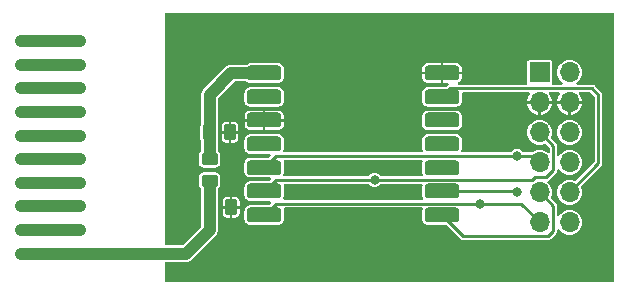
<source format=gbr>
%TF.GenerationSoftware,KiCad,Pcbnew,7.0.10*%
%TF.CreationDate,2024-01-17T19:35:15+01:00*%
%TF.ProjectId,RFM69CW_868,52464d36-3943-4575-9f38-36382e6b6963,rev?*%
%TF.SameCoordinates,Original*%
%TF.FileFunction,Copper,L1,Top*%
%TF.FilePolarity,Positive*%
%FSLAX46Y46*%
G04 Gerber Fmt 4.6, Leading zero omitted, Abs format (unit mm)*
G04 Created by KiCad (PCBNEW 7.0.10) date 2024-01-17 19:35:15*
%MOMM*%
%LPD*%
G01*
G04 APERTURE LIST*
G04 Aperture macros list*
%AMRoundRect*
0 Rectangle with rounded corners*
0 $1 Rounding radius*
0 $2 $3 $4 $5 $6 $7 $8 $9 X,Y pos of 4 corners*
0 Add a 4 corners polygon primitive as box body*
4,1,4,$2,$3,$4,$5,$6,$7,$8,$9,$2,$3,0*
0 Add four circle primitives for the rounded corners*
1,1,$1+$1,$2,$3*
1,1,$1+$1,$4,$5*
1,1,$1+$1,$6,$7*
1,1,$1+$1,$8,$9*
0 Add four rect primitives between the rounded corners*
20,1,$1+$1,$2,$3,$4,$5,0*
20,1,$1+$1,$4,$5,$6,$7,0*
20,1,$1+$1,$6,$7,$8,$9,0*
20,1,$1+$1,$8,$9,$2,$3,0*%
%AMOutline4P*
0 Free polygon, 4 corners , with rotation*
0 The origin of the aperture is its center*
0 number of corners: always 4*
0 $1 to $8 corner X, Y*
0 $9 Rotation angle, in degrees counterclockwise*
0 create outline with 4 corners*
4,1,4,$1,$2,$3,$4,$5,$6,$7,$8,$1,$2,$9*%
G04 Aperture macros list end*
%TA.AperFunction,EtchedComponent*%
%ADD10C,1.000000*%
%TD*%
%TA.AperFunction,ComponentPad*%
%ADD11R,1.700000X1.700000*%
%TD*%
%TA.AperFunction,ComponentPad*%
%ADD12O,1.700000X1.700000*%
%TD*%
%TA.AperFunction,SMDPad,CuDef*%
%ADD13RoundRect,0.250000X-0.262500X-0.450000X0.262500X-0.450000X0.262500X0.450000X-0.262500X0.450000X0*%
%TD*%
%TA.AperFunction,SMDPad,CuDef*%
%ADD14RoundRect,0.317500X-1.157500X-0.317500X1.157500X-0.317500X1.157500X0.317500X-1.157500X0.317500X0*%
%TD*%
%TA.AperFunction,SMDPad,CuDef*%
%ADD15RoundRect,0.250000X-0.450000X0.262500X-0.450000X-0.262500X0.450000X-0.262500X0.450000X0.262500X0*%
%TD*%
%TA.AperFunction,ComponentPad*%
%ADD16C,1.000000*%
%TD*%
%TA.AperFunction,SMDPad,CuDef*%
%ADD17Outline4P,-0.350000X-0.400000X0.350000X-0.400000X0.050000X0.400000X-0.050000X0.400000X270.000000*%
%TD*%
%TA.AperFunction,ViaPad*%
%ADD18C,0.800000*%
%TD*%
%TA.AperFunction,Conductor*%
%ADD19C,0.250000*%
%TD*%
%TA.AperFunction,Conductor*%
%ADD20C,1.000000*%
%TD*%
G04 APERTURE END LIST*
D10*
%TO.C,AE1*%
X116960000Y-58530000D02*
X105960000Y-58530000D01*
X105960000Y-56530000D02*
X110960000Y-56530000D01*
X105960000Y-54530000D02*
X110960000Y-54530000D01*
X105960000Y-52530000D02*
X110960000Y-52530000D01*
X105960000Y-50530000D02*
X110960000Y-50530000D01*
X105960000Y-48530000D02*
X110960000Y-48530000D01*
X105960000Y-46530000D02*
X110960000Y-46530000D01*
X105960000Y-44530000D02*
X110960000Y-44530000D01*
X105960000Y-42530000D02*
X110960000Y-42530000D01*
X105960000Y-40530000D02*
X110960000Y-40530000D01*
%TD*%
D11*
%TO.P,J1,1,Pin_1*%
%TO.N,VCC*%
X149860000Y-43180000D03*
D12*
%TO.P,J1,2,Pin_2*%
X152400000Y-43180000D03*
%TO.P,J1,3,Pin_3*%
%TO.N,GND*%
X149860000Y-45720000D03*
%TO.P,J1,4,Pin_4*%
X152400000Y-45720000D03*
%TO.P,J1,5,Pin_5*%
%TO.N,SCK*%
X149860000Y-48260000D03*
%TO.P,J1,6,Pin_6*%
%TO.N,unconnected-(J1-Pin_6-Pad6)*%
X152400000Y-48260000D03*
%TO.P,J1,7,Pin_7*%
%TO.N,MISO*%
X149860000Y-50800000D03*
%TO.P,J1,8,Pin_8*%
%TO.N,nCS2*%
X152400000Y-50800000D03*
%TO.P,J1,9,Pin_9*%
%TO.N,MOSI*%
X149860000Y-53340000D03*
%TO.P,J1,10,Pin_10*%
%TO.N,nRESET*%
X152400000Y-53340000D03*
%TO.P,J1,11,Pin_11*%
%TO.N,nCS*%
X149860000Y-55880000D03*
%TO.P,J1,12,Pin_12*%
%TO.N,DIO0*%
X152400000Y-55880000D03*
%TD*%
D13*
%TO.P,M3,1*%
%TO.N,Net-(AE1-A)*%
X121920000Y-54610000D03*
%TO.P,M3,2*%
%TO.N,GND*%
X123745000Y-54610000D03*
%TD*%
%TO.P,M1,1*%
%TO.N,Net-(U1-ANA)*%
X121832500Y-48260000D03*
%TO.P,M1,2*%
%TO.N,GND*%
X123657500Y-48260000D03*
%TD*%
D14*
%TO.P,U1,1,ANA*%
%TO.N,Net-(U1-ANA)*%
X126555000Y-43245000D03*
%TO.P,U1,2,3.3V*%
%TO.N,VCC*%
X126555000Y-45245000D03*
%TO.P,U1,3,GND*%
%TO.N,GND*%
X126555000Y-47245000D03*
%TO.P,U1,4,DIO3*%
%TO.N,unconnected-(U1-DIO3-Pad4)*%
X126555000Y-49245000D03*
%TO.P,U1,5,MOSI*%
%TO.N,MISO*%
X126555000Y-51245000D03*
%TO.P,U1,6,SCK*%
%TO.N,SCK*%
X126555000Y-53245000D03*
%TO.P,U1,7,NSS*%
%TO.N,nCS*%
X126555000Y-55245000D03*
%TO.P,U1,8,MISO*%
%TO.N,MOSI*%
X141605000Y-55245000D03*
%TO.P,U1,9,DIO0*%
%TO.N,DIO0*%
X141605000Y-53245000D03*
%TO.P,U1,10,DIO2*%
%TO.N,unconnected-(U1-DIO2-Pad10)*%
X141605000Y-51245000D03*
%TO.P,U1,11,DIO1*%
%TO.N,unconnected-(U1-DIO1-Pad11)*%
X141605000Y-49245000D03*
%TO.P,U1,12,DIO5*%
%TO.N,unconnected-(U1-DIO5-Pad12)*%
X141605000Y-47245000D03*
%TO.P,U1,13,RESET*%
%TO.N,nRESET*%
X141605000Y-45245000D03*
%TO.P,U1,14,GND*%
%TO.N,GND*%
X141605000Y-43245000D03*
%TD*%
D15*
%TO.P,M2,1*%
%TO.N,Net-(U1-ANA)*%
X121920000Y-50522500D03*
%TO.P,M2,2*%
%TO.N,Net-(AE1-A)*%
X121920000Y-52347500D03*
%TD*%
D16*
%TO.P,AE1,*%
%TO.N,*%
X105960000Y-58530000D03*
X105960000Y-56530000D03*
X110960000Y-56530000D03*
X105960000Y-54530000D03*
X110960000Y-54530000D03*
X105960000Y-52530000D03*
X110960000Y-52530000D03*
X105960000Y-50530000D03*
X110960000Y-50530000D03*
X105960000Y-48530000D03*
X110960000Y-48530000D03*
X105960000Y-46530000D03*
X110960000Y-46530000D03*
X105960000Y-44530000D03*
X110960000Y-44530000D03*
X105960000Y-42530000D03*
X110960000Y-42530000D03*
X105960000Y-40530000D03*
X110960000Y-40530000D03*
D17*
%TO.P,AE1,1,A*%
%TO.N,Net-(AE1-A)*%
X117660000Y-58530000D03*
%TD*%
D18*
%TO.N,GND*%
X136525000Y-60325000D03*
X149225000Y-38735000D03*
X123825000Y-60325000D03*
X130175000Y-60325000D03*
X155575000Y-52705000D03*
X155575000Y-53975000D03*
X155575000Y-38735000D03*
X155575000Y-40005000D03*
X155575000Y-57785000D03*
X155575000Y-51435000D03*
X137795000Y-60325000D03*
X128905000Y-53340000D03*
X131445000Y-60325000D03*
X155575000Y-47625000D03*
X150495000Y-38735000D03*
X141605000Y-38735000D03*
X146685000Y-60325000D03*
X155575000Y-42545000D03*
X133985000Y-60325000D03*
X155575000Y-59055000D03*
X145415000Y-38735000D03*
X150495000Y-60325000D03*
X155575000Y-50165000D03*
X155575000Y-46355000D03*
X132715000Y-60325000D03*
X122555000Y-38735000D03*
X146050000Y-48260000D03*
X121285000Y-60325000D03*
X151765000Y-60325000D03*
X144145000Y-60325000D03*
X155575000Y-60325000D03*
X128905000Y-38735000D03*
X154305000Y-60325000D03*
X128905000Y-60325000D03*
X155575000Y-45085000D03*
X139065000Y-60325000D03*
X145415000Y-60325000D03*
X155575000Y-48895000D03*
X142875000Y-38735000D03*
X153035000Y-38735000D03*
X151765000Y-38735000D03*
X125095000Y-38735000D03*
X122555000Y-60325000D03*
X147955000Y-60325000D03*
X121285000Y-38735000D03*
X126365000Y-38735000D03*
X132715000Y-38735000D03*
X125095000Y-60325000D03*
X127635000Y-60325000D03*
X120015000Y-38735000D03*
X140335000Y-38735000D03*
X128905000Y-51435000D03*
X155575000Y-56515000D03*
X144145000Y-38735000D03*
X118745000Y-38735000D03*
X155575000Y-41275000D03*
X146685000Y-38735000D03*
X118745000Y-60325000D03*
X149225000Y-60325000D03*
X140335000Y-60325000D03*
X133985000Y-38735000D03*
X137795000Y-38735000D03*
X153035000Y-60325000D03*
X142875000Y-60325000D03*
X155575000Y-43815000D03*
X130175000Y-38735000D03*
X154305000Y-38735000D03*
X141605000Y-60325000D03*
X147955000Y-38735000D03*
X135255000Y-38735000D03*
X155575000Y-55245000D03*
X120015000Y-60325000D03*
X136525000Y-38735000D03*
X131445000Y-38735000D03*
X123825000Y-38735000D03*
X139065000Y-38735000D03*
X127635000Y-38735000D03*
X135255000Y-60325000D03*
X126365000Y-60325000D03*
%TO.N,DIO0*%
X147955000Y-53340000D03*
%TO.N,nCS*%
X144780000Y-54285000D03*
%TO.N,SCK*%
X135890000Y-52285000D03*
%TO.N,MOSI*%
X141605000Y-55245000D03*
%TO.N,MISO*%
X147955000Y-50285000D03*
%TO.N,VCC*%
X126555000Y-45245000D03*
%TD*%
D19*
%TO.N,DIO0*%
X141605000Y-53245000D02*
X147860000Y-53245000D01*
X147860000Y-53245000D02*
X147955000Y-53340000D01*
%TO.N,nRESET*%
X141605000Y-45245000D02*
X142305000Y-44545000D01*
X152400000Y-53340000D02*
X154850000Y-50890000D01*
X142305000Y-44545000D02*
X154305000Y-44545000D01*
X154850000Y-50890000D02*
X154850000Y-45090000D01*
X154850000Y-45090000D02*
X154305000Y-44545000D01*
%TO.N,nCS*%
X126555000Y-55245000D02*
X127515000Y-54285000D01*
X127515000Y-54285000D02*
X144780000Y-54285000D01*
X144780000Y-54285000D02*
X148265000Y-54285000D01*
X148265000Y-54285000D02*
X149860000Y-55880000D01*
%TO.N,SCK*%
X151035000Y-49435000D02*
X149860000Y-48260000D01*
X135890000Y-52285000D02*
X149253299Y-52285000D01*
X149468299Y-52070000D02*
X150441701Y-52070000D01*
X151035000Y-51476701D02*
X151035000Y-49435000D01*
X127515000Y-52285000D02*
X135890000Y-52285000D01*
X126555000Y-53245000D02*
X127515000Y-52285000D01*
X149253299Y-52285000D02*
X149468299Y-52070000D01*
X150441701Y-52070000D02*
X151035000Y-51476701D01*
%TO.N,MOSI*%
X150590000Y-57055000D02*
X151035000Y-56610000D01*
X141605000Y-55245000D02*
X143415000Y-57055000D01*
X143415000Y-57055000D02*
X150590000Y-57055000D01*
X151035000Y-54515000D02*
X149860000Y-53340000D01*
X151035000Y-56610000D02*
X151035000Y-54515000D01*
%TO.N,MISO*%
X149345000Y-50285000D02*
X149860000Y-50800000D01*
X127515000Y-50285000D02*
X147955000Y-50285000D01*
X147955000Y-50285000D02*
X149345000Y-50285000D01*
X126555000Y-51245000D02*
X127515000Y-50285000D01*
D20*
%TO.N,Net-(AE1-A)*%
X115000000Y-58530000D02*
X119905000Y-58530000D01*
X119905000Y-58530000D02*
X121920000Y-56515000D01*
X121920000Y-56515000D02*
X121920000Y-52895000D01*
%TO.N,Net-(U1-ANA)*%
X121920000Y-46355000D02*
X121920000Y-45085000D01*
X123760000Y-43245000D02*
X126555000Y-43245000D01*
X121920000Y-50522500D02*
X121920000Y-46355000D01*
X121920000Y-45085000D02*
X123760000Y-43245000D01*
%TD*%
%TA.AperFunction,Conductor*%
%TO.N,GND*%
G36*
X135392221Y-52629407D02*
G01*
X135412570Y-52649231D01*
X135461718Y-52713282D01*
X135587159Y-52809536D01*
X135587160Y-52809536D01*
X135587161Y-52809537D01*
X135601470Y-52815464D01*
X135733238Y-52870044D01*
X135850809Y-52885522D01*
X135889999Y-52890682D01*
X135890000Y-52890682D01*
X135890001Y-52890682D01*
X135921352Y-52886554D01*
X136046762Y-52870044D01*
X136192841Y-52809536D01*
X136318282Y-52713282D01*
X136367428Y-52649232D01*
X136417852Y-52614577D01*
X136445970Y-52610500D01*
X139870226Y-52610500D01*
X139928417Y-52629407D01*
X139964381Y-52678907D01*
X139964381Y-52740093D01*
X139962324Y-52745818D01*
X139939497Y-52803702D01*
X139937194Y-52822883D01*
X139929500Y-52886948D01*
X139929500Y-53603052D01*
X139939497Y-53686297D01*
X139991735Y-53818764D01*
X139991736Y-53818766D01*
X139993872Y-53824181D01*
X139997630Y-53885251D01*
X139964775Y-53936867D01*
X139907855Y-53959313D01*
X139901774Y-53959500D01*
X128258226Y-53959500D01*
X128200035Y-53940593D01*
X128164071Y-53891093D01*
X128164071Y-53829907D01*
X128166128Y-53824181D01*
X128168263Y-53818766D01*
X128168265Y-53818764D01*
X128220503Y-53686297D01*
X128230500Y-53603052D01*
X128230500Y-52886948D01*
X128220503Y-52803703D01*
X128197675Y-52745817D01*
X128193918Y-52684749D01*
X128226773Y-52633133D01*
X128283693Y-52610687D01*
X128289774Y-52610500D01*
X135334030Y-52610500D01*
X135392221Y-52629407D01*
G37*
%TD.AperFunction*%
%TA.AperFunction,Conductor*%
G36*
X139928417Y-50629407D02*
G01*
X139964381Y-50678907D01*
X139964381Y-50740093D01*
X139962324Y-50745818D01*
X139939497Y-50803702D01*
X139930840Y-50875793D01*
X139929500Y-50886948D01*
X139929500Y-51603052D01*
X139939497Y-51686297D01*
X139991735Y-51818764D01*
X139991736Y-51818766D01*
X139993872Y-51824181D01*
X139997630Y-51885251D01*
X139964775Y-51936867D01*
X139907855Y-51959313D01*
X139901774Y-51959500D01*
X136445970Y-51959500D01*
X136387779Y-51940593D01*
X136367428Y-51920767D01*
X136318285Y-51856722D01*
X136318282Y-51856718D01*
X136318277Y-51856714D01*
X136318276Y-51856713D01*
X136238126Y-51795212D01*
X136192841Y-51760464D01*
X136192840Y-51760463D01*
X136192838Y-51760462D01*
X136046766Y-51699957D01*
X136046758Y-51699955D01*
X135890001Y-51679318D01*
X135889999Y-51679318D01*
X135733241Y-51699955D01*
X135733233Y-51699957D01*
X135587161Y-51760462D01*
X135587160Y-51760462D01*
X135461723Y-51856713D01*
X135461714Y-51856722D01*
X135412572Y-51920767D01*
X135362148Y-51955423D01*
X135334030Y-51959500D01*
X128258226Y-51959500D01*
X128200035Y-51940593D01*
X128164071Y-51891093D01*
X128164071Y-51829907D01*
X128166128Y-51824181D01*
X128168263Y-51818766D01*
X128168265Y-51818764D01*
X128220503Y-51686297D01*
X128230500Y-51603052D01*
X128230500Y-50886948D01*
X128220503Y-50803703D01*
X128197675Y-50745817D01*
X128193918Y-50684749D01*
X128226773Y-50633133D01*
X128283693Y-50610687D01*
X128289774Y-50610500D01*
X139870226Y-50610500D01*
X139928417Y-50629407D01*
G37*
%TD.AperFunction*%
%TA.AperFunction,Conductor*%
G36*
X156143691Y-38144407D02*
G01*
X156179655Y-38193907D01*
X156184500Y-38224500D01*
X156184500Y-60835500D01*
X156165593Y-60893691D01*
X156116093Y-60929655D01*
X156085500Y-60934500D01*
X118209000Y-60934500D01*
X118150809Y-60915593D01*
X118114845Y-60866093D01*
X118110000Y-60835500D01*
X118110000Y-59329500D01*
X118128907Y-59271309D01*
X118178407Y-59235345D01*
X118209000Y-59230500D01*
X119880845Y-59230500D01*
X119886822Y-59230680D01*
X119916656Y-59232485D01*
X119947605Y-59234358D01*
X119947605Y-59234357D01*
X119947606Y-59234358D01*
X120007539Y-59223374D01*
X120013419Y-59222479D01*
X120073872Y-59215140D01*
X120085462Y-59210744D01*
X120102725Y-59205931D01*
X120114932Y-59203695D01*
X120170487Y-59178690D01*
X120176003Y-59176407D01*
X120177896Y-59175689D01*
X120232930Y-59154818D01*
X120243142Y-59147768D01*
X120258750Y-59138965D01*
X120270057Y-59133878D01*
X120270057Y-59133877D01*
X120270059Y-59133877D01*
X120317995Y-59096321D01*
X120322813Y-59092775D01*
X120372929Y-59058183D01*
X120413312Y-59012598D01*
X120417378Y-59008277D01*
X122398277Y-57027378D01*
X122402598Y-57023312D01*
X122448183Y-56982929D01*
X122482782Y-56932802D01*
X122486324Y-56927990D01*
X122523873Y-56880062D01*
X122523872Y-56880062D01*
X122523877Y-56880057D01*
X122528967Y-56868745D01*
X122537766Y-56853144D01*
X122544818Y-56842930D01*
X122566412Y-56785988D01*
X122568702Y-56780461D01*
X122593694Y-56724932D01*
X122593695Y-56724930D01*
X122595929Y-56712736D01*
X122600743Y-56695465D01*
X122604794Y-56684784D01*
X122605140Y-56683872D01*
X122612483Y-56623388D01*
X122613373Y-56617542D01*
X122624357Y-56557606D01*
X122620680Y-56496832D01*
X122620500Y-56490856D01*
X122620500Y-55603052D01*
X124879500Y-55603052D01*
X124889497Y-55686297D01*
X124941735Y-55818764D01*
X124941737Y-55818766D01*
X124941738Y-55818769D01*
X125027771Y-55932220D01*
X125027775Y-55932225D01*
X125027778Y-55932227D01*
X125027779Y-55932228D01*
X125141230Y-56018261D01*
X125141231Y-56018261D01*
X125141236Y-56018265D01*
X125273703Y-56070503D01*
X125356948Y-56080500D01*
X125356950Y-56080500D01*
X127753050Y-56080500D01*
X127753052Y-56080500D01*
X127836297Y-56070503D01*
X127968764Y-56018265D01*
X128082225Y-55932225D01*
X128168265Y-55818764D01*
X128220503Y-55686297D01*
X128230500Y-55603052D01*
X128230500Y-54886948D01*
X128220503Y-54803703D01*
X128197675Y-54745817D01*
X128193918Y-54684749D01*
X128226773Y-54633133D01*
X128283693Y-54610687D01*
X128289774Y-54610500D01*
X139870226Y-54610500D01*
X139928417Y-54629407D01*
X139964381Y-54678907D01*
X139964381Y-54740093D01*
X139962324Y-54745818D01*
X139939497Y-54803702D01*
X139934574Y-54844700D01*
X139929500Y-54886948D01*
X139929500Y-55603052D01*
X139939497Y-55686297D01*
X139991735Y-55818764D01*
X139991737Y-55818766D01*
X139991738Y-55818769D01*
X140077771Y-55932220D01*
X140077775Y-55932225D01*
X140077778Y-55932227D01*
X140077779Y-55932228D01*
X140191230Y-56018261D01*
X140191231Y-56018261D01*
X140191236Y-56018265D01*
X140323703Y-56070503D01*
X140406948Y-56080500D01*
X141939166Y-56080500D01*
X141997357Y-56099407D01*
X142009170Y-56109496D01*
X143171730Y-57272056D01*
X143177564Y-57278423D01*
X143202545Y-57308194D01*
X143236209Y-57327630D01*
X143243482Y-57332264D01*
X143264173Y-57346752D01*
X143275316Y-57354554D01*
X143276767Y-57354942D01*
X143300659Y-57364840D01*
X143301954Y-57365588D01*
X143340220Y-57372335D01*
X143348647Y-57374203D01*
X143386193Y-57384264D01*
X143424909Y-57380877D01*
X143433537Y-57380500D01*
X150571466Y-57380500D01*
X150580094Y-57380876D01*
X150618807Y-57384264D01*
X150656354Y-57374202D01*
X150664784Y-57372334D01*
X150703045Y-57365588D01*
X150704345Y-57364838D01*
X150728236Y-57354942D01*
X150728464Y-57354880D01*
X150729684Y-57354554D01*
X150761533Y-57332251D01*
X150768779Y-57327635D01*
X150802455Y-57308194D01*
X150827443Y-57278413D01*
X150833254Y-57272070D01*
X151252066Y-56853258D01*
X151258425Y-56847433D01*
X151263792Y-56842930D01*
X151288194Y-56822455D01*
X151307635Y-56788779D01*
X151312251Y-56781533D01*
X151334554Y-56749684D01*
X151334942Y-56748236D01*
X151344838Y-56724345D01*
X151345588Y-56723045D01*
X151352334Y-56684784D01*
X151354204Y-56676348D01*
X151364264Y-56638806D01*
X151360877Y-56600094D01*
X151360500Y-56591465D01*
X151360500Y-56545964D01*
X151379407Y-56487773D01*
X151428907Y-56451809D01*
X151490093Y-56451809D01*
X151536027Y-56483158D01*
X151587570Y-56545964D01*
X151648695Y-56620446D01*
X151653590Y-56626410D01*
X151653595Y-56626414D01*
X151813547Y-56757683D01*
X151813548Y-56757683D01*
X151813550Y-56757685D01*
X151996046Y-56855232D01*
X152077901Y-56880062D01*
X152194065Y-56915300D01*
X152194070Y-56915301D01*
X152399997Y-56935583D01*
X152400000Y-56935583D01*
X152400003Y-56935583D01*
X152605929Y-56915301D01*
X152605934Y-56915300D01*
X152803954Y-56855232D01*
X152986450Y-56757685D01*
X153146410Y-56626410D01*
X153277685Y-56466450D01*
X153375232Y-56283954D01*
X153435300Y-56085934D01*
X153435301Y-56085929D01*
X153455583Y-55880003D01*
X153455583Y-55879996D01*
X153435301Y-55674070D01*
X153435300Y-55674065D01*
X153385531Y-55509998D01*
X153375232Y-55476046D01*
X153277685Y-55293550D01*
X153260530Y-55272647D01*
X153146414Y-55133595D01*
X153146410Y-55133590D01*
X153122872Y-55114273D01*
X152986452Y-55002316D01*
X152803954Y-54904768D01*
X152605934Y-54844699D01*
X152605929Y-54844698D01*
X152400003Y-54824417D01*
X152399997Y-54824417D01*
X152194070Y-54844698D01*
X152194065Y-54844699D01*
X151996045Y-54904768D01*
X151813547Y-55002316D01*
X151653595Y-55133585D01*
X151653585Y-55133595D01*
X151536028Y-55276840D01*
X151484497Y-55309827D01*
X151423417Y-55306225D01*
X151376121Y-55267410D01*
X151360500Y-55214035D01*
X151360500Y-54533533D01*
X151360877Y-54524904D01*
X151362181Y-54509999D01*
X151364264Y-54486193D01*
X151354204Y-54448652D01*
X151352335Y-54440220D01*
X151345588Y-54401954D01*
X151344840Y-54400659D01*
X151334942Y-54376767D01*
X151334554Y-54375316D01*
X151312264Y-54343482D01*
X151307630Y-54336209D01*
X151288194Y-54302545D01*
X151285684Y-54300439D01*
X151258428Y-54277568D01*
X151252060Y-54271734D01*
X150848502Y-53868176D01*
X150820725Y-53813659D01*
X150830296Y-53753227D01*
X150831174Y-53751544D01*
X150835232Y-53743954D01*
X150895300Y-53545934D01*
X150895301Y-53545929D01*
X150915583Y-53340003D01*
X150915583Y-53339996D01*
X150895301Y-53134070D01*
X150895300Y-53134065D01*
X150877078Y-53073997D01*
X150835232Y-52936046D01*
X150737685Y-52753550D01*
X150726641Y-52740093D01*
X150606414Y-52593595D01*
X150606410Y-52593590D01*
X150543440Y-52541912D01*
X150510453Y-52490381D01*
X150514055Y-52429301D01*
X150552870Y-52382005D01*
X150580629Y-52369756D01*
X150581385Y-52369554D01*
X150613234Y-52347251D01*
X150620480Y-52342635D01*
X150654156Y-52323194D01*
X150679144Y-52293413D01*
X150684955Y-52287070D01*
X151252072Y-51719954D01*
X151258431Y-51714129D01*
X151275321Y-51699957D01*
X151288194Y-51689156D01*
X151307627Y-51655494D01*
X151312266Y-51648214D01*
X151319871Y-51637353D01*
X151334553Y-51616385D01*
X151334942Y-51614932D01*
X151344833Y-51591053D01*
X151345588Y-51589746D01*
X151352338Y-51551462D01*
X151354199Y-51543063D01*
X151364263Y-51505508D01*
X151361639Y-51475521D01*
X151375402Y-51415907D01*
X151421578Y-51375765D01*
X151482531Y-51370431D01*
X151534977Y-51401943D01*
X151536790Y-51404089D01*
X151650819Y-51543034D01*
X151653590Y-51546410D01*
X151653595Y-51546414D01*
X151813547Y-51677683D01*
X151813548Y-51677683D01*
X151813550Y-51677685D01*
X151996046Y-51775232D01*
X152111229Y-51810172D01*
X152194065Y-51835300D01*
X152194070Y-51835301D01*
X152399997Y-51855583D01*
X152400000Y-51855583D01*
X152400003Y-51855583D01*
X152605929Y-51835301D01*
X152605934Y-51835300D01*
X152803954Y-51775232D01*
X152986450Y-51677685D01*
X153146410Y-51546410D01*
X153277685Y-51386450D01*
X153375232Y-51203954D01*
X153435300Y-51005934D01*
X153435301Y-51005929D01*
X153455583Y-50800003D01*
X153455583Y-50799996D01*
X153435301Y-50594070D01*
X153435300Y-50594065D01*
X153417078Y-50533997D01*
X153375232Y-50396046D01*
X153277685Y-50213550D01*
X153271263Y-50205725D01*
X153146414Y-50053595D01*
X153146410Y-50053590D01*
X153103366Y-50018265D01*
X152986452Y-49922316D01*
X152803954Y-49824768D01*
X152605934Y-49764699D01*
X152605929Y-49764698D01*
X152400003Y-49744417D01*
X152399997Y-49744417D01*
X152194070Y-49764698D01*
X152194065Y-49764699D01*
X151996045Y-49824768D01*
X151813547Y-49922316D01*
X151653595Y-50053585D01*
X151653585Y-50053595D01*
X151536028Y-50196840D01*
X151484497Y-50229827D01*
X151423417Y-50226225D01*
X151376121Y-50187410D01*
X151360500Y-50134035D01*
X151360500Y-49453533D01*
X151360877Y-49444904D01*
X151364264Y-49406193D01*
X151354204Y-49368652D01*
X151352335Y-49360220D01*
X151345588Y-49321954D01*
X151344840Y-49320659D01*
X151334942Y-49296767D01*
X151334554Y-49295316D01*
X151312264Y-49263482D01*
X151307630Y-49256209D01*
X151288194Y-49222545D01*
X151285684Y-49220439D01*
X151258428Y-49197568D01*
X151252060Y-49191734D01*
X150848502Y-48788176D01*
X150820725Y-48733659D01*
X150830296Y-48673227D01*
X150831174Y-48671544D01*
X150835232Y-48663954D01*
X150895300Y-48465934D01*
X150895301Y-48465929D01*
X150915583Y-48260003D01*
X151344417Y-48260003D01*
X151364698Y-48465929D01*
X151364699Y-48465934D01*
X151424768Y-48663954D01*
X151522316Y-48846452D01*
X151643189Y-48993736D01*
X151653590Y-49006410D01*
X151653595Y-49006414D01*
X151813547Y-49137683D01*
X151813548Y-49137683D01*
X151813550Y-49137685D01*
X151996046Y-49235232D01*
X152133997Y-49277078D01*
X152194065Y-49295300D01*
X152194070Y-49295301D01*
X152399997Y-49315583D01*
X152400000Y-49315583D01*
X152400003Y-49315583D01*
X152605929Y-49295301D01*
X152605934Y-49295300D01*
X152803954Y-49235232D01*
X152986450Y-49137685D01*
X153146410Y-49006410D01*
X153277685Y-48846450D01*
X153375232Y-48663954D01*
X153435300Y-48465934D01*
X153435301Y-48465929D01*
X153455583Y-48260003D01*
X153455583Y-48259996D01*
X153435301Y-48054070D01*
X153435300Y-48054065D01*
X153398339Y-47932220D01*
X153375232Y-47856046D01*
X153277685Y-47673550D01*
X153219827Y-47603050D01*
X153146414Y-47513595D01*
X153146410Y-47513590D01*
X153017326Y-47407654D01*
X152986452Y-47382316D01*
X152803954Y-47284768D01*
X152605934Y-47224699D01*
X152605929Y-47224698D01*
X152400003Y-47204417D01*
X152399997Y-47204417D01*
X152194070Y-47224698D01*
X152194065Y-47224699D01*
X151996045Y-47284768D01*
X151813547Y-47382316D01*
X151653595Y-47513585D01*
X151653585Y-47513595D01*
X151522316Y-47673547D01*
X151424768Y-47856045D01*
X151364699Y-48054065D01*
X151364698Y-48054070D01*
X151344417Y-48259996D01*
X151344417Y-48260003D01*
X150915583Y-48260003D01*
X150915583Y-48259996D01*
X150895301Y-48054070D01*
X150895300Y-48054065D01*
X150858339Y-47932220D01*
X150835232Y-47856046D01*
X150737685Y-47673550D01*
X150679827Y-47603050D01*
X150606414Y-47513595D01*
X150606410Y-47513590D01*
X150477326Y-47407654D01*
X150446452Y-47382316D01*
X150263954Y-47284768D01*
X150065934Y-47224699D01*
X150065929Y-47224698D01*
X149860003Y-47204417D01*
X149859997Y-47204417D01*
X149654070Y-47224698D01*
X149654065Y-47224699D01*
X149456045Y-47284768D01*
X149273547Y-47382316D01*
X149113595Y-47513585D01*
X149113585Y-47513595D01*
X148982316Y-47673547D01*
X148884768Y-47856045D01*
X148824699Y-48054065D01*
X148824698Y-48054070D01*
X148804417Y-48259996D01*
X148804417Y-48260003D01*
X148824698Y-48465929D01*
X148824699Y-48465934D01*
X148884768Y-48663954D01*
X148982316Y-48846452D01*
X149103189Y-48993736D01*
X149113590Y-49006410D01*
X149113595Y-49006414D01*
X149273547Y-49137683D01*
X149273548Y-49137683D01*
X149273550Y-49137685D01*
X149456046Y-49235232D01*
X149593997Y-49277078D01*
X149654065Y-49295300D01*
X149654070Y-49295301D01*
X149859997Y-49315583D01*
X149860000Y-49315583D01*
X149860003Y-49315583D01*
X150065929Y-49295301D01*
X150065934Y-49295300D01*
X150263954Y-49235232D01*
X150271499Y-49231198D01*
X150331730Y-49220439D01*
X150386783Y-49247137D01*
X150388176Y-49248502D01*
X150680504Y-49540830D01*
X150708281Y-49595347D01*
X150709500Y-49610834D01*
X150709500Y-49928876D01*
X150690593Y-49987067D01*
X150641093Y-50023031D01*
X150579907Y-50023031D01*
X150547695Y-50005404D01*
X150468722Y-49940593D01*
X150446452Y-49922316D01*
X150263954Y-49824768D01*
X150065934Y-49764699D01*
X150065929Y-49764698D01*
X149860003Y-49744417D01*
X149859997Y-49744417D01*
X149654070Y-49764698D01*
X149654065Y-49764699D01*
X149456045Y-49824768D01*
X149273551Y-49922314D01*
X149269783Y-49925406D01*
X149255621Y-49937028D01*
X149198646Y-49959328D01*
X149192818Y-49959500D01*
X148510970Y-49959500D01*
X148452779Y-49940593D01*
X148432428Y-49920767D01*
X148383285Y-49856722D01*
X148383282Y-49856718D01*
X148383277Y-49856714D01*
X148383276Y-49856713D01*
X148257838Y-49760462D01*
X148111766Y-49699957D01*
X148111758Y-49699955D01*
X147955001Y-49679318D01*
X147954999Y-49679318D01*
X147798241Y-49699955D01*
X147798233Y-49699957D01*
X147652161Y-49760462D01*
X147652160Y-49760462D01*
X147526723Y-49856713D01*
X147526714Y-49856722D01*
X147477572Y-49920767D01*
X147427148Y-49955423D01*
X147399030Y-49959500D01*
X143308226Y-49959500D01*
X143250035Y-49940593D01*
X143214071Y-49891093D01*
X143214071Y-49829907D01*
X143216128Y-49824181D01*
X143218263Y-49818766D01*
X143218265Y-49818764D01*
X143270503Y-49686297D01*
X143280500Y-49603052D01*
X143280500Y-48886948D01*
X143270503Y-48803703D01*
X143218265Y-48671236D01*
X143218261Y-48671231D01*
X143218261Y-48671230D01*
X143132228Y-48557779D01*
X143132225Y-48557775D01*
X143132220Y-48557771D01*
X143018769Y-48471738D01*
X143018766Y-48471737D01*
X143018764Y-48471735D01*
X142886297Y-48419497D01*
X142844674Y-48414498D01*
X142803054Y-48409500D01*
X142803052Y-48409500D01*
X140406948Y-48409500D01*
X140406945Y-48409500D01*
X140344514Y-48416997D01*
X140323703Y-48419497D01*
X140191236Y-48471735D01*
X140191234Y-48471736D01*
X140191230Y-48471738D01*
X140077779Y-48557771D01*
X140077771Y-48557779D01*
X139991738Y-48671230D01*
X139991736Y-48671234D01*
X139991735Y-48671236D01*
X139939497Y-48803703D01*
X139939497Y-48803704D01*
X139929500Y-48886945D01*
X139929500Y-49603054D01*
X139934498Y-49644674D01*
X139939497Y-49686297D01*
X139991735Y-49818764D01*
X139991736Y-49818766D01*
X139993872Y-49824181D01*
X139997630Y-49885251D01*
X139964775Y-49936867D01*
X139907855Y-49959313D01*
X139901774Y-49959500D01*
X128258226Y-49959500D01*
X128200035Y-49940593D01*
X128164071Y-49891093D01*
X128164071Y-49829907D01*
X128166128Y-49824181D01*
X128168263Y-49818766D01*
X128168265Y-49818764D01*
X128220503Y-49686297D01*
X128230500Y-49603052D01*
X128230500Y-48886948D01*
X128220503Y-48803703D01*
X128168265Y-48671236D01*
X128168261Y-48671231D01*
X128168261Y-48671230D01*
X128082228Y-48557779D01*
X128082225Y-48557775D01*
X128082220Y-48557771D01*
X127968769Y-48471738D01*
X127968766Y-48471737D01*
X127968764Y-48471735D01*
X127836297Y-48419497D01*
X127794674Y-48414498D01*
X127753054Y-48409500D01*
X127753052Y-48409500D01*
X125356948Y-48409500D01*
X125356945Y-48409500D01*
X125294514Y-48416997D01*
X125273703Y-48419497D01*
X125141236Y-48471735D01*
X125141234Y-48471736D01*
X125141230Y-48471738D01*
X125027779Y-48557771D01*
X125027771Y-48557779D01*
X124941738Y-48671230D01*
X124941736Y-48671234D01*
X124941735Y-48671236D01*
X124889497Y-48803703D01*
X124889497Y-48803704D01*
X124879500Y-48886945D01*
X124879500Y-49603054D01*
X124884498Y-49644674D01*
X124889497Y-49686297D01*
X124941735Y-49818764D01*
X124941737Y-49818766D01*
X124941738Y-49818769D01*
X125025235Y-49928876D01*
X125027775Y-49932225D01*
X125027779Y-49932228D01*
X125141230Y-50018261D01*
X125141231Y-50018261D01*
X125141236Y-50018265D01*
X125273703Y-50070503D01*
X125356948Y-50080500D01*
X127020166Y-50080500D01*
X127078357Y-50099407D01*
X127114321Y-50148907D01*
X127114321Y-50210093D01*
X127090170Y-50249504D01*
X126959170Y-50380504D01*
X126904653Y-50408281D01*
X126889166Y-50409500D01*
X125356945Y-50409500D01*
X125294514Y-50416997D01*
X125273703Y-50419497D01*
X125141236Y-50471735D01*
X125141234Y-50471736D01*
X125141230Y-50471738D01*
X125027779Y-50557771D01*
X125027771Y-50557779D01*
X124941738Y-50671230D01*
X124941736Y-50671234D01*
X124941735Y-50671236D01*
X124889497Y-50803703D01*
X124889497Y-50803704D01*
X124880840Y-50875793D01*
X124879500Y-50886948D01*
X124879500Y-51603052D01*
X124889497Y-51686297D01*
X124941735Y-51818764D01*
X124941737Y-51818766D01*
X124941738Y-51818769D01*
X125019086Y-51920767D01*
X125027775Y-51932225D01*
X125027779Y-51932228D01*
X125141230Y-52018261D01*
X125141231Y-52018261D01*
X125141236Y-52018265D01*
X125273703Y-52070503D01*
X125356948Y-52080500D01*
X127020166Y-52080500D01*
X127078357Y-52099407D01*
X127114321Y-52148907D01*
X127114321Y-52210093D01*
X127090170Y-52249504D01*
X126959170Y-52380504D01*
X126904653Y-52408281D01*
X126889166Y-52409500D01*
X125356945Y-52409500D01*
X125294514Y-52416997D01*
X125273703Y-52419497D01*
X125141236Y-52471735D01*
X125141234Y-52471736D01*
X125141230Y-52471738D01*
X125027779Y-52557771D01*
X125027771Y-52557779D01*
X124941738Y-52671230D01*
X124941736Y-52671234D01*
X124941735Y-52671236D01*
X124889497Y-52803703D01*
X124879500Y-52886948D01*
X124879500Y-53603052D01*
X124889497Y-53686297D01*
X124941735Y-53818764D01*
X124941737Y-53818766D01*
X124941738Y-53818769D01*
X125023397Y-53926452D01*
X125027775Y-53932225D01*
X125027779Y-53932228D01*
X125141230Y-54018261D01*
X125141231Y-54018261D01*
X125141236Y-54018265D01*
X125273703Y-54070503D01*
X125356948Y-54080500D01*
X127020166Y-54080500D01*
X127078357Y-54099407D01*
X127114321Y-54148907D01*
X127114321Y-54210093D01*
X127090170Y-54249504D01*
X126959170Y-54380504D01*
X126904653Y-54408281D01*
X126889166Y-54409500D01*
X125356945Y-54409500D01*
X125294514Y-54416997D01*
X125273703Y-54419497D01*
X125141236Y-54471735D01*
X125141234Y-54471736D01*
X125141230Y-54471738D01*
X125027779Y-54557771D01*
X125027771Y-54557779D01*
X124941738Y-54671230D01*
X124941736Y-54671234D01*
X124941735Y-54671236D01*
X124889497Y-54803703D01*
X124879500Y-54886948D01*
X124879500Y-55603052D01*
X122620500Y-55603052D01*
X122620500Y-55189085D01*
X122626057Y-55156385D01*
X122630144Y-55144704D01*
X122630146Y-55144699D01*
X122632999Y-55114273D01*
X122633000Y-55114273D01*
X122633000Y-55114203D01*
X123032501Y-55114203D01*
X123035350Y-55144600D01*
X123035350Y-55144602D01*
X123080154Y-55272647D01*
X123160707Y-55381790D01*
X123160709Y-55381792D01*
X123269852Y-55462345D01*
X123397898Y-55507149D01*
X123428289Y-55509999D01*
X123644998Y-55509999D01*
X123645000Y-55509998D01*
X123845000Y-55509998D01*
X123845001Y-55509999D01*
X124061703Y-55509999D01*
X124092100Y-55507149D01*
X124092102Y-55507149D01*
X124220147Y-55462345D01*
X124329290Y-55381792D01*
X124329292Y-55381790D01*
X124409845Y-55272647D01*
X124454649Y-55144601D01*
X124457499Y-55114211D01*
X124457500Y-55114210D01*
X124457500Y-54710001D01*
X124457499Y-54710000D01*
X123845001Y-54710000D01*
X123845000Y-54710001D01*
X123845000Y-55509998D01*
X123645000Y-55509998D01*
X123645000Y-54710001D01*
X123644999Y-54710000D01*
X123032502Y-54710000D01*
X123032501Y-54710001D01*
X123032501Y-55114203D01*
X122633000Y-55114203D01*
X122633000Y-54509999D01*
X123032500Y-54509999D01*
X123032501Y-54510000D01*
X123644999Y-54510000D01*
X123645000Y-54509999D01*
X123845000Y-54509999D01*
X123845001Y-54510000D01*
X124457498Y-54510000D01*
X124457499Y-54509999D01*
X124457499Y-54105796D01*
X124454649Y-54075399D01*
X124454649Y-54075397D01*
X124409845Y-53947352D01*
X124329292Y-53838209D01*
X124329290Y-53838207D01*
X124220147Y-53757654D01*
X124092101Y-53712850D01*
X124061711Y-53710000D01*
X123845001Y-53710000D01*
X123845000Y-53710001D01*
X123845000Y-54509999D01*
X123645000Y-54509999D01*
X123645000Y-53710001D01*
X123644999Y-53710000D01*
X123428296Y-53710000D01*
X123397899Y-53712850D01*
X123397897Y-53712850D01*
X123269852Y-53757654D01*
X123160709Y-53838207D01*
X123160707Y-53838209D01*
X123080154Y-53947352D01*
X123035350Y-54075398D01*
X123032500Y-54105788D01*
X123032500Y-54509999D01*
X122633000Y-54509999D01*
X122633000Y-54105727D01*
X122632999Y-54105725D01*
X122630146Y-54075301D01*
X122626055Y-54063608D01*
X122620500Y-54030913D01*
X122620500Y-53035007D01*
X122639407Y-52976816D01*
X122660713Y-52955351D01*
X122692150Y-52932150D01*
X122692150Y-52932148D01*
X122692152Y-52932148D01*
X122751972Y-52851093D01*
X122772793Y-52822882D01*
X122817646Y-52694699D01*
X122820499Y-52664273D01*
X122820500Y-52664273D01*
X122820500Y-52030727D01*
X122820499Y-52030725D01*
X122817646Y-52000301D01*
X122772793Y-51872118D01*
X122761430Y-51856722D01*
X122692154Y-51762855D01*
X122692152Y-51762853D01*
X122692150Y-51762850D01*
X122692146Y-51762847D01*
X122692144Y-51762845D01*
X122582883Y-51682207D01*
X122454703Y-51637355D01*
X122454694Y-51637353D01*
X122424274Y-51634500D01*
X122424266Y-51634500D01*
X121415734Y-51634500D01*
X121415725Y-51634500D01*
X121385305Y-51637353D01*
X121385296Y-51637355D01*
X121257116Y-51682207D01*
X121147855Y-51762845D01*
X121147845Y-51762855D01*
X121067207Y-51872116D01*
X121022355Y-52000296D01*
X121022353Y-52000305D01*
X121019500Y-52030725D01*
X121019500Y-52664274D01*
X121022353Y-52694694D01*
X121022355Y-52694703D01*
X121067207Y-52822883D01*
X121147847Y-52932148D01*
X121179287Y-52955351D01*
X121214880Y-53005118D01*
X121219500Y-53035007D01*
X121219500Y-54030913D01*
X121213945Y-54063608D01*
X121209853Y-54075301D01*
X121207000Y-54105725D01*
X121207000Y-55114274D01*
X121209853Y-55144694D01*
X121209855Y-55144704D01*
X121213943Y-55156385D01*
X121219500Y-55189085D01*
X121219500Y-56183835D01*
X121200593Y-56242026D01*
X121190504Y-56253839D01*
X119643839Y-57800504D01*
X119589322Y-57828281D01*
X119573835Y-57829500D01*
X118209000Y-57829500D01*
X118150809Y-57810593D01*
X118114845Y-57761093D01*
X118110000Y-57730500D01*
X118110000Y-50839274D01*
X121019500Y-50839274D01*
X121022353Y-50869694D01*
X121022355Y-50869703D01*
X121067207Y-50997883D01*
X121147845Y-51107144D01*
X121147847Y-51107146D01*
X121147850Y-51107150D01*
X121147853Y-51107152D01*
X121147855Y-51107154D01*
X121257116Y-51187792D01*
X121257117Y-51187792D01*
X121257118Y-51187793D01*
X121385301Y-51232646D01*
X121415725Y-51235499D01*
X121415727Y-51235500D01*
X121415734Y-51235500D01*
X122424273Y-51235500D01*
X122424273Y-51235499D01*
X122454699Y-51232646D01*
X122582882Y-51187793D01*
X122692150Y-51107150D01*
X122772793Y-50997882D01*
X122817646Y-50869699D01*
X122820499Y-50839273D01*
X122820500Y-50839273D01*
X122820500Y-50205727D01*
X122820499Y-50205725D01*
X122819666Y-50196840D01*
X122817646Y-50175301D01*
X122772793Y-50047118D01*
X122692150Y-49937850D01*
X122660711Y-49914647D01*
X122625119Y-49864880D01*
X122620500Y-49834992D01*
X122620500Y-48764203D01*
X122945001Y-48764203D01*
X122947850Y-48794600D01*
X122947850Y-48794602D01*
X122992654Y-48922647D01*
X123073207Y-49031790D01*
X123073209Y-49031792D01*
X123182352Y-49112345D01*
X123310398Y-49157149D01*
X123340789Y-49159999D01*
X123557498Y-49159999D01*
X123557500Y-49159998D01*
X123757500Y-49159998D01*
X123757501Y-49159999D01*
X123974203Y-49159999D01*
X124004600Y-49157149D01*
X124004602Y-49157149D01*
X124132647Y-49112345D01*
X124241790Y-49031792D01*
X124241792Y-49031790D01*
X124322345Y-48922647D01*
X124367149Y-48794601D01*
X124369999Y-48764211D01*
X124370000Y-48764210D01*
X124370000Y-48360001D01*
X124369999Y-48360000D01*
X123757501Y-48360000D01*
X123757500Y-48360001D01*
X123757500Y-49159998D01*
X123557500Y-49159998D01*
X123557500Y-48360001D01*
X123557499Y-48360000D01*
X122945002Y-48360000D01*
X122945001Y-48360001D01*
X122945001Y-48764203D01*
X122620500Y-48764203D01*
X122620500Y-48159999D01*
X122945000Y-48159999D01*
X122945001Y-48160000D01*
X123557499Y-48160000D01*
X123557500Y-48159999D01*
X123757500Y-48159999D01*
X123757501Y-48160000D01*
X124369998Y-48160000D01*
X124369999Y-48159999D01*
X124369999Y-47755796D01*
X124367149Y-47725399D01*
X124367149Y-47725397D01*
X124324327Y-47603016D01*
X124880000Y-47603016D01*
X124889987Y-47686178D01*
X124942175Y-47818516D01*
X125028129Y-47931864D01*
X125028135Y-47931870D01*
X125141483Y-48017824D01*
X125273821Y-48070012D01*
X125356983Y-48079999D01*
X125356990Y-48080000D01*
X126454999Y-48080000D01*
X126455000Y-48079999D01*
X126655000Y-48079999D01*
X126655001Y-48080000D01*
X127753010Y-48080000D01*
X127753016Y-48079999D01*
X127836178Y-48070012D01*
X127968516Y-48017824D01*
X128081864Y-47931870D01*
X128081870Y-47931864D01*
X128167824Y-47818516D01*
X128220012Y-47686178D01*
X128229995Y-47603052D01*
X139929500Y-47603052D01*
X139939497Y-47686297D01*
X139991735Y-47818764D01*
X139991737Y-47818766D01*
X139991738Y-47818769D01*
X140077501Y-47931864D01*
X140077775Y-47932225D01*
X140077779Y-47932228D01*
X140191230Y-48018261D01*
X140191231Y-48018261D01*
X140191236Y-48018265D01*
X140323703Y-48070503D01*
X140406948Y-48080500D01*
X140406950Y-48080500D01*
X142803050Y-48080500D01*
X142803052Y-48080500D01*
X142886297Y-48070503D01*
X143018764Y-48018265D01*
X143132225Y-47932225D01*
X143218265Y-47818764D01*
X143270503Y-47686297D01*
X143280500Y-47603052D01*
X143280500Y-46886948D01*
X143270503Y-46803703D01*
X143218265Y-46671236D01*
X143218261Y-46671231D01*
X143218261Y-46671230D01*
X143132228Y-46557779D01*
X143132225Y-46557775D01*
X143132220Y-46557771D01*
X143018769Y-46471738D01*
X143018766Y-46471737D01*
X143018764Y-46471735D01*
X142886297Y-46419497D01*
X142844674Y-46414498D01*
X142803054Y-46409500D01*
X142803052Y-46409500D01*
X140406948Y-46409500D01*
X140406945Y-46409500D01*
X140344514Y-46416997D01*
X140323703Y-46419497D01*
X140191236Y-46471735D01*
X140191234Y-46471736D01*
X140191230Y-46471738D01*
X140077779Y-46557771D01*
X140077771Y-46557779D01*
X139991738Y-46671230D01*
X139991736Y-46671234D01*
X139991735Y-46671236D01*
X139939497Y-46803703D01*
X139929500Y-46886948D01*
X139929500Y-47603052D01*
X128229995Y-47603052D01*
X128229999Y-47603016D01*
X128230000Y-47603010D01*
X128230000Y-47345001D01*
X128229999Y-47345000D01*
X126655001Y-47345000D01*
X126655000Y-47345001D01*
X126655000Y-48079999D01*
X126455000Y-48079999D01*
X126455000Y-47345001D01*
X126454999Y-47345000D01*
X124880001Y-47345000D01*
X124880000Y-47345001D01*
X124880000Y-47603016D01*
X124324327Y-47603016D01*
X124322345Y-47597352D01*
X124241792Y-47488209D01*
X124241790Y-47488207D01*
X124132647Y-47407654D01*
X124004601Y-47362850D01*
X123974211Y-47360000D01*
X123757501Y-47360000D01*
X123757500Y-47360001D01*
X123757500Y-48159999D01*
X123557500Y-48159999D01*
X123557500Y-47360001D01*
X123557499Y-47360000D01*
X123340796Y-47360000D01*
X123310399Y-47362850D01*
X123310397Y-47362850D01*
X123182352Y-47407654D01*
X123073209Y-47488207D01*
X123073207Y-47488209D01*
X122992654Y-47597352D01*
X122947850Y-47725398D01*
X122945000Y-47755788D01*
X122945000Y-48159999D01*
X122620500Y-48159999D01*
X122620500Y-47144999D01*
X124880000Y-47144999D01*
X124880001Y-47145000D01*
X126454999Y-47145000D01*
X126455000Y-47144999D01*
X126655000Y-47144999D01*
X126655001Y-47145000D01*
X128229999Y-47145000D01*
X128230000Y-47144999D01*
X128230000Y-46886989D01*
X128229999Y-46886983D01*
X128220012Y-46803821D01*
X128167824Y-46671483D01*
X128081870Y-46558135D01*
X128081864Y-46558129D01*
X127968516Y-46472175D01*
X127836178Y-46419987D01*
X127753016Y-46410000D01*
X126655001Y-46410000D01*
X126655000Y-46410001D01*
X126655000Y-47144999D01*
X126455000Y-47144999D01*
X126455000Y-46410001D01*
X126454999Y-46410000D01*
X125356983Y-46410000D01*
X125273821Y-46419987D01*
X125141483Y-46472175D01*
X125028135Y-46558129D01*
X125028129Y-46558135D01*
X124942175Y-46671483D01*
X124889987Y-46803821D01*
X124880000Y-46886983D01*
X124880000Y-47144999D01*
X122620500Y-47144999D01*
X122620500Y-45603052D01*
X124879500Y-45603052D01*
X124889497Y-45686297D01*
X124941735Y-45818764D01*
X124941737Y-45818766D01*
X124941738Y-45818769D01*
X125022926Y-45925831D01*
X125027775Y-45932225D01*
X125027779Y-45932228D01*
X125141230Y-46018261D01*
X125141231Y-46018261D01*
X125141236Y-46018265D01*
X125273703Y-46070503D01*
X125356948Y-46080500D01*
X125356950Y-46080500D01*
X127753050Y-46080500D01*
X127753052Y-46080500D01*
X127836297Y-46070503D01*
X127968764Y-46018265D01*
X128082225Y-45932225D01*
X128168265Y-45818764D01*
X128220503Y-45686297D01*
X128230500Y-45603052D01*
X139929500Y-45603052D01*
X139939497Y-45686297D01*
X139991735Y-45818764D01*
X139991737Y-45818766D01*
X139991738Y-45818769D01*
X140072926Y-45925831D01*
X140077775Y-45932225D01*
X140077779Y-45932228D01*
X140191230Y-46018261D01*
X140191231Y-46018261D01*
X140191236Y-46018265D01*
X140323703Y-46070503D01*
X140406948Y-46080500D01*
X140406950Y-46080500D01*
X142803050Y-46080500D01*
X142803052Y-46080500D01*
X142886297Y-46070503D01*
X143018764Y-46018265D01*
X143132225Y-45932225D01*
X143218265Y-45818764D01*
X143270503Y-45686297D01*
X143280500Y-45603052D01*
X143280500Y-44969500D01*
X143299407Y-44911309D01*
X143348907Y-44875345D01*
X143379500Y-44870500D01*
X148989522Y-44870500D01*
X149047713Y-44889407D01*
X149083677Y-44938907D01*
X149083677Y-45000093D01*
X149066050Y-45032305D01*
X148982731Y-45133829D01*
X148982724Y-45133839D01*
X148885234Y-45316232D01*
X148885232Y-45316237D01*
X148825191Y-45514163D01*
X148825190Y-45514168D01*
X148814767Y-45619999D01*
X148814768Y-45620000D01*
X149368254Y-45620000D01*
X149360000Y-45648111D01*
X149360000Y-45791889D01*
X149368254Y-45820000D01*
X148814767Y-45820000D01*
X148825190Y-45925831D01*
X148825191Y-45925836D01*
X148885232Y-46123762D01*
X148885234Y-46123767D01*
X148982724Y-46306160D01*
X148982731Y-46306170D01*
X149113940Y-46466050D01*
X149113949Y-46466059D01*
X149273829Y-46597268D01*
X149273839Y-46597275D01*
X149456232Y-46694765D01*
X149456237Y-46694767D01*
X149654166Y-46754808D01*
X149759998Y-46765231D01*
X149760000Y-46765230D01*
X149760000Y-46210764D01*
X149824237Y-46220000D01*
X149895763Y-46220000D01*
X149960000Y-46210764D01*
X149960000Y-46765230D01*
X149960001Y-46765231D01*
X150065833Y-46754808D01*
X150263762Y-46694767D01*
X150263767Y-46694765D01*
X150446160Y-46597275D01*
X150446170Y-46597268D01*
X150606050Y-46466059D01*
X150606059Y-46466050D01*
X150737268Y-46306170D01*
X150737275Y-46306160D01*
X150834765Y-46123767D01*
X150834767Y-46123762D01*
X150894808Y-45925836D01*
X150894809Y-45925831D01*
X150905232Y-45820000D01*
X150351746Y-45820000D01*
X150360000Y-45791889D01*
X150360000Y-45648111D01*
X150351746Y-45620000D01*
X150905232Y-45620000D01*
X150905232Y-45619999D01*
X150894809Y-45514168D01*
X150894808Y-45514163D01*
X150834767Y-45316237D01*
X150834765Y-45316232D01*
X150737275Y-45133839D01*
X150737268Y-45133829D01*
X150653950Y-45032305D01*
X150631650Y-44975328D01*
X150647099Y-44916125D01*
X150694396Y-44877310D01*
X150730478Y-44870500D01*
X151529522Y-44870500D01*
X151587713Y-44889407D01*
X151623677Y-44938907D01*
X151623677Y-45000093D01*
X151606050Y-45032305D01*
X151522731Y-45133829D01*
X151522724Y-45133839D01*
X151425234Y-45316232D01*
X151425232Y-45316237D01*
X151365191Y-45514163D01*
X151365190Y-45514168D01*
X151354767Y-45619999D01*
X151354768Y-45620000D01*
X151908254Y-45620000D01*
X151900000Y-45648111D01*
X151900000Y-45791889D01*
X151908254Y-45820000D01*
X151354767Y-45820000D01*
X151365190Y-45925831D01*
X151365191Y-45925836D01*
X151425232Y-46123762D01*
X151425234Y-46123767D01*
X151522724Y-46306160D01*
X151522731Y-46306170D01*
X151653940Y-46466050D01*
X151653949Y-46466059D01*
X151813829Y-46597268D01*
X151813839Y-46597275D01*
X151996232Y-46694765D01*
X151996237Y-46694767D01*
X152194166Y-46754808D01*
X152299998Y-46765231D01*
X152300000Y-46765230D01*
X152300000Y-46210764D01*
X152364237Y-46220000D01*
X152435763Y-46220000D01*
X152500000Y-46210764D01*
X152500000Y-46765230D01*
X152500001Y-46765231D01*
X152605833Y-46754808D01*
X152803762Y-46694767D01*
X152803767Y-46694765D01*
X152986160Y-46597275D01*
X152986170Y-46597268D01*
X153146050Y-46466059D01*
X153146059Y-46466050D01*
X153277268Y-46306170D01*
X153277275Y-46306160D01*
X153374765Y-46123767D01*
X153374767Y-46123762D01*
X153434808Y-45925836D01*
X153434809Y-45925831D01*
X153445232Y-45820000D01*
X152891746Y-45820000D01*
X152900000Y-45791889D01*
X152900000Y-45648111D01*
X152891746Y-45620000D01*
X153445232Y-45620000D01*
X153445232Y-45619999D01*
X153434809Y-45514168D01*
X153434808Y-45514163D01*
X153374767Y-45316237D01*
X153374765Y-45316232D01*
X153277275Y-45133839D01*
X153277268Y-45133829D01*
X153193950Y-45032305D01*
X153171650Y-44975328D01*
X153187099Y-44916125D01*
X153234396Y-44877310D01*
X153270478Y-44870500D01*
X154129166Y-44870500D01*
X154187357Y-44889407D01*
X154199170Y-44899496D01*
X154495504Y-45195830D01*
X154523281Y-45250347D01*
X154524500Y-45265834D01*
X154524500Y-50714165D01*
X154505593Y-50772356D01*
X154495504Y-50784169D01*
X152928175Y-52351497D01*
X152873658Y-52379274D01*
X152813226Y-52369703D01*
X152811548Y-52368827D01*
X152803954Y-52364768D01*
X152738085Y-52344787D01*
X152605934Y-52304699D01*
X152605929Y-52304698D01*
X152400003Y-52284417D01*
X152399997Y-52284417D01*
X152194070Y-52304698D01*
X152194065Y-52304699D01*
X151996045Y-52364768D01*
X151813547Y-52462316D01*
X151653595Y-52593585D01*
X151653585Y-52593595D01*
X151522316Y-52753547D01*
X151424768Y-52936045D01*
X151364699Y-53134065D01*
X151364698Y-53134070D01*
X151344417Y-53339996D01*
X151344417Y-53340003D01*
X151364698Y-53545929D01*
X151364699Y-53545934D01*
X151424768Y-53743954D01*
X151522316Y-53926452D01*
X151648739Y-54080499D01*
X151653590Y-54086410D01*
X151653595Y-54086414D01*
X151813547Y-54217683D01*
X151813548Y-54217683D01*
X151813550Y-54217685D01*
X151996046Y-54315232D01*
X152133997Y-54357078D01*
X152194065Y-54375300D01*
X152194070Y-54375301D01*
X152399997Y-54395583D01*
X152400000Y-54395583D01*
X152400003Y-54395583D01*
X152605929Y-54375301D01*
X152605934Y-54375300D01*
X152803954Y-54315232D01*
X152986450Y-54217685D01*
X153146410Y-54086410D01*
X153277685Y-53926450D01*
X153375232Y-53743954D01*
X153435300Y-53545934D01*
X153435301Y-53545929D01*
X153455583Y-53340003D01*
X153455583Y-53339996D01*
X153435301Y-53134070D01*
X153435300Y-53134065D01*
X153417078Y-53073997D01*
X153375232Y-52936046D01*
X153373150Y-52932150D01*
X153371195Y-52928493D01*
X153360440Y-52868261D01*
X153387142Y-52813210D01*
X153388451Y-52811873D01*
X155067072Y-51133253D01*
X155073431Y-51127428D01*
X155103194Y-51102455D01*
X155122624Y-51068799D01*
X155127252Y-51061532D01*
X155149554Y-51029684D01*
X155149942Y-51028236D01*
X155159838Y-51004345D01*
X155160586Y-51003048D01*
X155160585Y-51003048D01*
X155160588Y-51003045D01*
X155167341Y-50964743D01*
X155169198Y-50956366D01*
X155179263Y-50918807D01*
X155175877Y-50880102D01*
X155175500Y-50871474D01*
X155175500Y-45108522D01*
X155175877Y-45099893D01*
X155179263Y-45061193D01*
X155169206Y-45023663D01*
X155167337Y-45015232D01*
X155160588Y-44976955D01*
X155159834Y-44975649D01*
X155149941Y-44951765D01*
X155149553Y-44950316D01*
X155127261Y-44918480D01*
X155122625Y-44911202D01*
X155118771Y-44904527D01*
X155103194Y-44877545D01*
X155103193Y-44877544D01*
X155103191Y-44877542D01*
X155073434Y-44852573D01*
X155067066Y-44846739D01*
X154548268Y-44327942D01*
X154542434Y-44321574D01*
X154517456Y-44291806D01*
X154483795Y-44272372D01*
X154476512Y-44267732D01*
X154444685Y-44245446D01*
X154444679Y-44245443D01*
X154443224Y-44245054D01*
X154419348Y-44235164D01*
X154418045Y-44234411D01*
X154379779Y-44227664D01*
X154371350Y-44225795D01*
X154345492Y-44218867D01*
X154333807Y-44215736D01*
X154333806Y-44215736D01*
X154333805Y-44215736D01*
X154295095Y-44219123D01*
X154286466Y-44219500D01*
X153065965Y-44219500D01*
X153007774Y-44200593D01*
X152971810Y-44151093D01*
X152971810Y-44089907D01*
X153003160Y-44043972D01*
X153050849Y-44004833D01*
X153146410Y-43926410D01*
X153277685Y-43766450D01*
X153375232Y-43583954D01*
X153435300Y-43385934D01*
X153435301Y-43385929D01*
X153455583Y-43180003D01*
X153455583Y-43179996D01*
X153435301Y-42974070D01*
X153435300Y-42974065D01*
X153383657Y-42803821D01*
X153375232Y-42776046D01*
X153277685Y-42593550D01*
X153250036Y-42559860D01*
X153146414Y-42433595D01*
X153146410Y-42433590D01*
X153117667Y-42410001D01*
X152986452Y-42302316D01*
X152803954Y-42204768D01*
X152605934Y-42144699D01*
X152605929Y-42144698D01*
X152400003Y-42124417D01*
X152399997Y-42124417D01*
X152194070Y-42144698D01*
X152194065Y-42144699D01*
X151996045Y-42204768D01*
X151813547Y-42302316D01*
X151653595Y-42433585D01*
X151653585Y-42433595D01*
X151522316Y-42593547D01*
X151424768Y-42776045D01*
X151364699Y-42974065D01*
X151364698Y-42974070D01*
X151344417Y-43179996D01*
X151344417Y-43180003D01*
X151364698Y-43385929D01*
X151364699Y-43385934D01*
X151424768Y-43583954D01*
X151522316Y-43766452D01*
X151653585Y-43926404D01*
X151653590Y-43926410D01*
X151653595Y-43926414D01*
X151796840Y-44043972D01*
X151829827Y-44095503D01*
X151826225Y-44156583D01*
X151787410Y-44203879D01*
X151734035Y-44219500D01*
X150997366Y-44219500D01*
X150939175Y-44200593D01*
X150903211Y-44151093D01*
X150900268Y-44101187D01*
X150910500Y-44049748D01*
X150910500Y-42310252D01*
X150908921Y-42302316D01*
X150907711Y-42296231D01*
X150898867Y-42251769D01*
X150854552Y-42185448D01*
X150854548Y-42185445D01*
X150788233Y-42141134D01*
X150788231Y-42141133D01*
X150788228Y-42141132D01*
X150788227Y-42141132D01*
X150729758Y-42129501D01*
X150729748Y-42129500D01*
X148990252Y-42129500D01*
X148990251Y-42129500D01*
X148990241Y-42129501D01*
X148931772Y-42141132D01*
X148931766Y-42141134D01*
X148865451Y-42185445D01*
X148865445Y-42185451D01*
X148821134Y-42251766D01*
X148821132Y-42251772D01*
X148809501Y-42310241D01*
X148809500Y-42310251D01*
X148809500Y-42310252D01*
X148809500Y-44049748D01*
X148819731Y-44101186D01*
X148812541Y-44161946D01*
X148771008Y-44206877D01*
X148722634Y-44219500D01*
X143028011Y-44219500D01*
X142969820Y-44200593D01*
X142933856Y-44151093D01*
X142933856Y-44089907D01*
X142969820Y-44040407D01*
X142991692Y-44028402D01*
X143018519Y-44017822D01*
X143131864Y-43931870D01*
X143131870Y-43931864D01*
X143217824Y-43818516D01*
X143270012Y-43686178D01*
X143279999Y-43603016D01*
X143280000Y-43603010D01*
X143280000Y-43345001D01*
X143279999Y-43345000D01*
X141705001Y-43345000D01*
X141705000Y-43345001D01*
X141705000Y-44079999D01*
X141705001Y-44080000D01*
X142087610Y-44080000D01*
X142145801Y-44098907D01*
X142181765Y-44148407D01*
X142181765Y-44209593D01*
X142145801Y-44259093D01*
X142144387Y-44260101D01*
X142133484Y-44267734D01*
X142126209Y-44272368D01*
X142092546Y-44291804D01*
X142067568Y-44321571D01*
X142061736Y-44327935D01*
X142009171Y-44380502D01*
X141954655Y-44408281D01*
X141939166Y-44409500D01*
X140406945Y-44409500D01*
X140344514Y-44416997D01*
X140323703Y-44419497D01*
X140191236Y-44471735D01*
X140191234Y-44471736D01*
X140191230Y-44471738D01*
X140077779Y-44557771D01*
X140077771Y-44557779D01*
X139991738Y-44671230D01*
X139991736Y-44671234D01*
X139991735Y-44671236D01*
X139939497Y-44803703D01*
X139939497Y-44803704D01*
X139930630Y-44877542D01*
X139929500Y-44886948D01*
X139929500Y-45603052D01*
X128230500Y-45603052D01*
X128230500Y-44886948D01*
X128220503Y-44803703D01*
X128168265Y-44671236D01*
X128168261Y-44671231D01*
X128168261Y-44671230D01*
X128082228Y-44557779D01*
X128082225Y-44557775D01*
X128082220Y-44557771D01*
X127968769Y-44471738D01*
X127968766Y-44471737D01*
X127968764Y-44471735D01*
X127836297Y-44419497D01*
X127794674Y-44414498D01*
X127753054Y-44409500D01*
X127753052Y-44409500D01*
X125356948Y-44409500D01*
X125356945Y-44409500D01*
X125294514Y-44416997D01*
X125273703Y-44419497D01*
X125141236Y-44471735D01*
X125141234Y-44471736D01*
X125141230Y-44471738D01*
X125027779Y-44557771D01*
X125027771Y-44557779D01*
X124941738Y-44671230D01*
X124941736Y-44671234D01*
X124941735Y-44671236D01*
X124889497Y-44803703D01*
X124889497Y-44803704D01*
X124880630Y-44877542D01*
X124879500Y-44886948D01*
X124879500Y-45603052D01*
X122620500Y-45603052D01*
X122620500Y-45416165D01*
X122639407Y-45357974D01*
X122649496Y-45346161D01*
X124021161Y-43974496D01*
X124075678Y-43946719D01*
X124091165Y-43945500D01*
X125011989Y-43945500D01*
X125070180Y-43964407D01*
X125071808Y-43965616D01*
X125141230Y-44018261D01*
X125141236Y-44018265D01*
X125273703Y-44070503D01*
X125356948Y-44080500D01*
X125356950Y-44080500D01*
X127753050Y-44080500D01*
X127753052Y-44080500D01*
X127836297Y-44070503D01*
X127968764Y-44018265D01*
X128082225Y-43932225D01*
X128168265Y-43818764D01*
X128220503Y-43686297D01*
X128230500Y-43603052D01*
X128230500Y-43603016D01*
X139930000Y-43603016D01*
X139939987Y-43686178D01*
X139992175Y-43818516D01*
X140078129Y-43931864D01*
X140078135Y-43931870D01*
X140191483Y-44017824D01*
X140323821Y-44070012D01*
X140406983Y-44079999D01*
X140406990Y-44080000D01*
X141504999Y-44080000D01*
X141505000Y-44079999D01*
X141505000Y-43345001D01*
X141504999Y-43345000D01*
X139930001Y-43345000D01*
X139930000Y-43345001D01*
X139930000Y-43603016D01*
X128230500Y-43603016D01*
X128230500Y-43144999D01*
X139930000Y-43144999D01*
X139930001Y-43145000D01*
X141504999Y-43145000D01*
X141505000Y-43144999D01*
X141705000Y-43144999D01*
X141705001Y-43145000D01*
X143279999Y-43145000D01*
X143280000Y-43144999D01*
X143280000Y-42886989D01*
X143279999Y-42886983D01*
X143270012Y-42803821D01*
X143217824Y-42671483D01*
X143131870Y-42558135D01*
X143131864Y-42558129D01*
X143018516Y-42472175D01*
X142886178Y-42419987D01*
X142803016Y-42410000D01*
X141705001Y-42410000D01*
X141705000Y-42410001D01*
X141705000Y-43144999D01*
X141505000Y-43144999D01*
X141505000Y-42410001D01*
X141504999Y-42410000D01*
X140406983Y-42410000D01*
X140323821Y-42419987D01*
X140191483Y-42472175D01*
X140078135Y-42558129D01*
X140078129Y-42558135D01*
X139992175Y-42671483D01*
X139939987Y-42803821D01*
X139930000Y-42886983D01*
X139930000Y-43144999D01*
X128230500Y-43144999D01*
X128230500Y-42886948D01*
X128220503Y-42803703D01*
X128168265Y-42671236D01*
X128168261Y-42671231D01*
X128168261Y-42671230D01*
X128082228Y-42557779D01*
X128082225Y-42557775D01*
X128075297Y-42552521D01*
X127968769Y-42471738D01*
X127968766Y-42471737D01*
X127968764Y-42471735D01*
X127836297Y-42419497D01*
X127794674Y-42414498D01*
X127753054Y-42409500D01*
X127753052Y-42409500D01*
X125356948Y-42409500D01*
X125356945Y-42409500D01*
X125294514Y-42416997D01*
X125273703Y-42419497D01*
X125237953Y-42433595D01*
X125141233Y-42471736D01*
X125071808Y-42524384D01*
X125014017Y-42544479D01*
X125011989Y-42544500D01*
X123784155Y-42544500D01*
X123778177Y-42544319D01*
X123775007Y-42544127D01*
X123717395Y-42540641D01*
X123657470Y-42551622D01*
X123651562Y-42552521D01*
X123591126Y-42559860D01*
X123579529Y-42564258D01*
X123562282Y-42569066D01*
X123550066Y-42571305D01*
X123550065Y-42571305D01*
X123494528Y-42596301D01*
X123489004Y-42598589D01*
X123432076Y-42620179D01*
X123432066Y-42620184D01*
X123421858Y-42627230D01*
X123406259Y-42636028D01*
X123394944Y-42641120D01*
X123394944Y-42641121D01*
X123394943Y-42641122D01*
X123346988Y-42678690D01*
X123342186Y-42682224D01*
X123292071Y-42716816D01*
X123251695Y-42762390D01*
X123247598Y-42766743D01*
X121441743Y-44572598D01*
X121437390Y-44576695D01*
X121391816Y-44617071D01*
X121357224Y-44667186D01*
X121353690Y-44671988D01*
X121325783Y-44707610D01*
X121316121Y-44719944D01*
X121316120Y-44719944D01*
X121311028Y-44731259D01*
X121302230Y-44746858D01*
X121295181Y-44757070D01*
X121295180Y-44757071D01*
X121273593Y-44813993D01*
X121271306Y-44819515D01*
X121246305Y-44875066D01*
X121246302Y-44875074D01*
X121244065Y-44887282D01*
X121239258Y-44904527D01*
X121234860Y-44916125D01*
X121227521Y-44976561D01*
X121226622Y-44982469D01*
X121215641Y-45042395D01*
X121219319Y-45103175D01*
X121219500Y-45109154D01*
X121219500Y-47493686D01*
X121200593Y-47551877D01*
X121200155Y-47552474D01*
X121167207Y-47597116D01*
X121122355Y-47725296D01*
X121122353Y-47725305D01*
X121119500Y-47755725D01*
X121119500Y-48764274D01*
X121122353Y-48794694D01*
X121122355Y-48794703D01*
X121167206Y-48922881D01*
X121167207Y-48922882D01*
X121200154Y-48967524D01*
X121219497Y-49025570D01*
X121219500Y-49026312D01*
X121219500Y-49834992D01*
X121200593Y-49893183D01*
X121179288Y-49914648D01*
X121147849Y-49937850D01*
X121067207Y-50047116D01*
X121022355Y-50175296D01*
X121022353Y-50175305D01*
X121019500Y-50205725D01*
X121019500Y-50839274D01*
X118110000Y-50839274D01*
X118110000Y-38224500D01*
X118128907Y-38166309D01*
X118178407Y-38130345D01*
X118209000Y-38125500D01*
X156085500Y-38125500D01*
X156143691Y-38144407D01*
G37*
%TD.AperFunction*%
%TD*%
M02*

</source>
